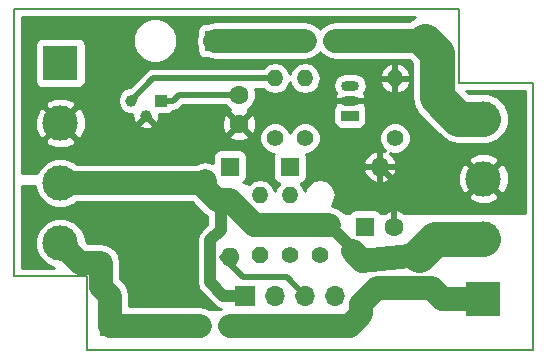
<source format=gbl>
G04 #@! TF.FileFunction,Copper,L2,Bot,Signal*
%FSLAX46Y46*%
G04 Gerber Fmt 4.6, Leading zero omitted, Abs format (unit mm)*
G04 Created by KiCad (PCBNEW 4.0.7) date 07/23/18 00:18:49*
%MOMM*%
%LPD*%
G01*
G04 APERTURE LIST*
%ADD10C,0.100000*%
%ADD11C,0.150000*%
%ADD12R,1.600000X1.600000*%
%ADD13C,1.600000*%
%ADD14C,1.000000*%
%ADD15R,1.000000X1.000000*%
%ADD16C,3.000000*%
%ADD17R,3.000000X3.000000*%
%ADD18O,1.600000X1.600000*%
%ADD19O,1.500000X0.900000*%
%ADD20R,1.500000X0.900000*%
%ADD21R,1.700000X1.700000*%
%ADD22O,1.700000X1.700000*%
%ADD23C,1.400000*%
%ADD24O,1.400000X1.400000*%
%ADD25C,2.000000*%
%ADD26C,0.500000*%
%ADD27C,3.000000*%
%ADD28C,1.000000*%
%ADD29C,0.254000*%
G04 APERTURE END LIST*
D10*
D11*
X140462000Y-106299000D02*
X140462000Y-83693000D01*
X146685000Y-106299000D02*
X140462000Y-106299000D01*
X146685000Y-112522000D02*
X146685000Y-106299000D01*
X184404000Y-112522000D02*
X146685000Y-112522000D01*
X184404000Y-89916000D02*
X184404000Y-112522000D01*
X178181000Y-89916000D02*
X184404000Y-89916000D01*
X178181000Y-83693000D02*
X178181000Y-89916000D01*
X140462000Y-83693000D02*
X178181000Y-83693000D01*
D12*
X170180000Y-102108000D03*
D13*
X172680000Y-102108000D03*
D14*
X151638000Y-92710000D03*
X150368000Y-91440000D03*
D15*
X152908000Y-91440000D03*
D16*
X144399000Y-93345000D03*
X144399000Y-98425000D03*
D17*
X144399000Y-88265000D03*
D16*
X144399000Y-103505000D03*
D13*
X159512000Y-90932000D03*
X159512000Y-93432000D03*
D12*
X163830000Y-97028000D03*
D18*
X171450000Y-97028000D03*
D12*
X158750000Y-97028000D03*
D18*
X158750000Y-104648000D03*
D16*
X180213000Y-103124000D03*
X180213000Y-98044000D03*
D17*
X180213000Y-108204000D03*
D16*
X180213000Y-92964000D03*
D19*
X168910000Y-91440000D03*
X168910000Y-90170000D03*
D20*
X168910000Y-92710000D03*
D21*
X157480000Y-86360000D03*
D22*
X160020000Y-86360000D03*
X162560000Y-86360000D03*
X165100000Y-86360000D03*
X167640000Y-86360000D03*
X170180000Y-86360000D03*
X172720000Y-86360000D03*
X175260000Y-86360000D03*
D21*
X148590000Y-110490000D03*
D22*
X151130000Y-110490000D03*
X153670000Y-110490000D03*
X156210000Y-110490000D03*
X158750000Y-110490000D03*
X161290000Y-110490000D03*
X163830000Y-110490000D03*
X166370000Y-110490000D03*
D21*
X160020000Y-107950000D03*
D22*
X162560000Y-107950000D03*
X165100000Y-107950000D03*
X167640000Y-107950000D03*
D23*
X166370000Y-104521000D03*
D24*
X161290000Y-104521000D03*
D23*
X172720000Y-94615000D03*
D24*
X172720000Y-89535000D03*
D23*
X163830000Y-104521000D03*
D24*
X163830000Y-99441000D03*
D23*
X165100000Y-94615000D03*
D24*
X165100000Y-89535000D03*
D23*
X161290000Y-104521000D03*
D24*
X161290000Y-99441000D03*
D23*
X162560000Y-94615000D03*
D24*
X162560000Y-89535000D03*
D14*
X152654000Y-104190800D03*
X152654000Y-100609400D03*
X154330400Y-102412800D03*
X151003000Y-102438200D03*
X152640000Y-102390000D03*
X150940000Y-100640000D03*
X154340000Y-100640000D03*
X154340000Y-104190000D03*
X150940000Y-104140000D03*
D25*
X160020000Y-86360000D02*
X157480000Y-86360000D01*
X162560000Y-86360000D02*
X160020000Y-86360000D01*
X165100000Y-86360000D02*
X162560000Y-86360000D01*
D26*
X172680000Y-102108000D02*
X172680000Y-98258000D01*
X172680000Y-98258000D02*
X171450000Y-97028000D01*
X165100000Y-107950000D02*
X163549990Y-106399990D01*
X163549990Y-106399990D02*
X159866990Y-106399990D01*
X159866990Y-106399990D02*
X158914999Y-105447999D01*
X158914999Y-105447999D02*
X158115000Y-104648000D01*
D27*
X176276000Y-91148320D02*
X176276000Y-87376000D01*
X176276000Y-87376000D02*
X175260000Y-86360000D01*
X180213000Y-92964000D02*
X178091680Y-92964000D01*
X178091680Y-92964000D02*
X176276000Y-91148320D01*
D25*
X170180000Y-86360000D02*
X167640000Y-86360000D01*
X172720000Y-86360000D02*
X170180000Y-86360000D01*
X175260000Y-86360000D02*
X172720000Y-86360000D01*
D26*
X150368000Y-91440000D02*
X152273000Y-89535000D01*
X152273000Y-89535000D02*
X162560000Y-89535000D01*
X159512000Y-90932000D02*
X154432000Y-90932000D01*
X154432000Y-90932000D02*
X153924000Y-91440000D01*
X153924000Y-91440000D02*
X152908000Y-91440000D01*
D25*
X161290000Y-110490000D02*
X158750000Y-110490000D01*
X163830000Y-110490000D02*
X161290000Y-110490000D01*
X166370000Y-110490000D02*
X163830000Y-110490000D01*
X166370000Y-110490000D02*
X168910000Y-110490000D01*
X168910000Y-110490000D02*
X169849959Y-109550041D01*
X169849959Y-109550041D02*
X169849959Y-108638619D01*
X169849959Y-108638619D02*
X171175959Y-107312619D01*
X171175959Y-107312619D02*
X175821619Y-107312619D01*
X175821619Y-107312619D02*
X176713000Y-108204000D01*
X176713000Y-108204000D02*
X180213000Y-108204000D01*
D28*
X157972002Y-102377998D02*
X157972002Y-100190004D01*
X157972002Y-100190004D02*
X157643000Y-99861002D01*
D25*
X156649999Y-98229999D02*
X156454998Y-98425000D01*
X156454998Y-98425000D02*
X144399000Y-98425000D01*
X156649999Y-98868001D02*
X156649999Y-98229999D01*
X158750000Y-99861002D02*
X157643000Y-99861002D01*
X157643000Y-99861002D02*
X156649999Y-98868001D01*
X167132000Y-101941001D02*
X160829999Y-101941001D01*
X160829999Y-101941001D02*
X158750000Y-99861002D01*
D28*
X160020000Y-107950000D02*
X158170000Y-107950000D01*
X158170000Y-107950000D02*
X157064991Y-106844991D01*
X157064991Y-106844991D02*
X157064991Y-103285009D01*
X157064991Y-103285009D02*
X157972002Y-102377998D01*
X157972002Y-102377998D02*
X157972002Y-101941001D01*
D25*
X169968608Y-105012609D02*
X174752000Y-104512609D01*
D27*
X180213000Y-103124000D02*
X176140609Y-103124000D01*
X176140609Y-103124000D02*
X174752000Y-104512609D01*
D25*
X169164000Y-104208001D02*
X169968608Y-105012609D01*
D28*
X169164000Y-104208001D02*
X169164000Y-103973001D01*
X169164000Y-103973001D02*
X167132000Y-101941001D01*
D25*
X147828000Y-107188000D02*
X147828000Y-105156000D01*
X147828000Y-105156000D02*
X146050000Y-105156000D01*
X146050000Y-105156000D02*
X144399000Y-103505000D01*
X148590000Y-110490000D02*
X148590000Y-107950000D01*
X148590000Y-107950000D02*
X147828000Y-107188000D01*
X151130000Y-110490000D02*
X148590000Y-110490000D01*
X153670000Y-110490000D02*
X151130000Y-110490000D01*
X156210000Y-110490000D02*
X153670000Y-110490000D01*
D29*
G36*
X173937892Y-84725000D02*
X167640000Y-84725000D01*
X167014313Y-84849457D01*
X166483880Y-85203880D01*
X166370000Y-85374314D01*
X166256120Y-85203880D01*
X165725687Y-84849457D01*
X165100000Y-84725000D01*
X157480000Y-84725000D01*
X156854313Y-84849457D01*
X156834703Y-84862560D01*
X156630000Y-84862560D01*
X156394683Y-84906838D01*
X156178559Y-85045910D01*
X156033569Y-85258110D01*
X155982560Y-85510000D01*
X155982560Y-85714703D01*
X155969457Y-85734313D01*
X155845000Y-86360000D01*
X155969457Y-86985687D01*
X155982560Y-87005297D01*
X155982560Y-87210000D01*
X156026838Y-87445317D01*
X156165910Y-87661441D01*
X156378110Y-87806431D01*
X156630000Y-87857440D01*
X156834703Y-87857440D01*
X156854313Y-87870543D01*
X157480000Y-87995000D01*
X165100000Y-87995000D01*
X165725687Y-87870543D01*
X166256120Y-87516120D01*
X166370000Y-87345686D01*
X166483880Y-87516120D01*
X167014313Y-87870543D01*
X167640000Y-87995000D01*
X173875654Y-87995000D01*
X174141000Y-88260346D01*
X174141000Y-91148320D01*
X174303517Y-91965349D01*
X174766327Y-92657993D01*
X176582007Y-94473673D01*
X177274650Y-94936483D01*
X178091680Y-95099000D01*
X180212282Y-95099000D01*
X180635815Y-95099370D01*
X181420800Y-94775020D01*
X182021909Y-94174959D01*
X182347628Y-93390541D01*
X182348370Y-92541185D01*
X182024020Y-91756200D01*
X181423959Y-91155091D01*
X180639541Y-90829372D01*
X179790185Y-90828630D01*
X179789290Y-90829000D01*
X178976026Y-90829000D01*
X178773026Y-90626000D01*
X183694000Y-90626000D01*
X183694000Y-100965000D01*
X173467399Y-100965000D01*
X173434005Y-100854136D01*
X172896777Y-100661035D01*
X172326546Y-100688222D01*
X171925995Y-100854136D01*
X171892601Y-100965000D01*
X171513870Y-100965000D01*
X171444090Y-100856559D01*
X171231890Y-100711569D01*
X170980000Y-100660560D01*
X169380000Y-100660560D01*
X169144683Y-100704838D01*
X168928559Y-100843910D01*
X168845822Y-100965000D01*
X168674444Y-100965000D01*
X168342704Y-100866572D01*
X168288120Y-100784881D01*
X167757687Y-100430458D01*
X167354649Y-100350289D01*
X167603379Y-99978036D01*
X167686935Y-99557970D01*
X178878635Y-99557970D01*
X179038418Y-99876739D01*
X179829187Y-100186723D01*
X180678387Y-100170497D01*
X181387582Y-99876739D01*
X181547365Y-99557970D01*
X180213000Y-98223605D01*
X178878635Y-99557970D01*
X167686935Y-99557970D01*
X167705000Y-99467154D01*
X167705000Y-99414846D01*
X167603379Y-98903964D01*
X167313988Y-98470858D01*
X166880882Y-98181467D01*
X166370000Y-98079846D01*
X165859118Y-98181467D01*
X165426012Y-98470858D01*
X165136621Y-98903964D01*
X165100000Y-99088070D01*
X165063379Y-98903964D01*
X164773988Y-98470858D01*
X164747700Y-98453293D01*
X164865317Y-98431162D01*
X165081441Y-98292090D01*
X165226431Y-98079890D01*
X165277440Y-97828000D01*
X165277440Y-97377039D01*
X170058096Y-97377039D01*
X170218959Y-97765423D01*
X170594866Y-98180389D01*
X171100959Y-98419914D01*
X171323000Y-98298629D01*
X171323000Y-97155000D01*
X171577000Y-97155000D01*
X171577000Y-98298629D01*
X171799041Y-98419914D01*
X172305134Y-98180389D01*
X172681041Y-97765423D01*
X172724628Y-97660187D01*
X178070277Y-97660187D01*
X178086503Y-98509387D01*
X178380261Y-99218582D01*
X178699030Y-99378365D01*
X180033395Y-98044000D01*
X180392605Y-98044000D01*
X181726970Y-99378365D01*
X182045739Y-99218582D01*
X182355723Y-98427813D01*
X182339497Y-97578613D01*
X182045739Y-96869418D01*
X181726970Y-96709635D01*
X180392605Y-98044000D01*
X180033395Y-98044000D01*
X178699030Y-96709635D01*
X178380261Y-96869418D01*
X178070277Y-97660187D01*
X172724628Y-97660187D01*
X172841904Y-97377039D01*
X172719915Y-97155000D01*
X171577000Y-97155000D01*
X171323000Y-97155000D01*
X170180085Y-97155000D01*
X170058096Y-97377039D01*
X165277440Y-97377039D01*
X165277440Y-96678961D01*
X170058096Y-96678961D01*
X170180085Y-96901000D01*
X171323000Y-96901000D01*
X171323000Y-95757371D01*
X171100959Y-95636086D01*
X170594866Y-95875611D01*
X170218959Y-96290577D01*
X170058096Y-96678961D01*
X165277440Y-96678961D01*
X165277440Y-96228000D01*
X165233162Y-95992683D01*
X165205756Y-95950093D01*
X165364383Y-95950231D01*
X165855229Y-95747418D01*
X166231098Y-95372204D01*
X166434768Y-94881713D01*
X166434770Y-94879383D01*
X171384769Y-94879383D01*
X171587582Y-95370229D01*
X171901279Y-95684473D01*
X171799041Y-95636086D01*
X171577000Y-95757371D01*
X171577000Y-96901000D01*
X172719915Y-96901000D01*
X172841904Y-96678961D01*
X172780219Y-96530030D01*
X178878635Y-96530030D01*
X180213000Y-97864395D01*
X181547365Y-96530030D01*
X181387582Y-96211261D01*
X180596813Y-95901277D01*
X179747613Y-95917503D01*
X179038418Y-96211261D01*
X178878635Y-96530030D01*
X172780219Y-96530030D01*
X172681041Y-96290577D01*
X172323486Y-95895870D01*
X172453287Y-95949768D01*
X172984383Y-95950231D01*
X173475229Y-95747418D01*
X173851098Y-95372204D01*
X174054768Y-94881713D01*
X174055231Y-94350617D01*
X173852418Y-93859771D01*
X173477204Y-93483902D01*
X172986713Y-93280232D01*
X172455617Y-93279769D01*
X171964771Y-93482582D01*
X171588902Y-93857796D01*
X171385232Y-94348287D01*
X171384769Y-94879383D01*
X166434770Y-94879383D01*
X166435231Y-94350617D01*
X166232418Y-93859771D01*
X165857204Y-93483902D01*
X165366713Y-93280232D01*
X164835617Y-93279769D01*
X164344771Y-93482582D01*
X163968902Y-93857796D01*
X163829909Y-94192527D01*
X163692418Y-93859771D01*
X163317204Y-93483902D01*
X162826713Y-93280232D01*
X162295617Y-93279769D01*
X161804771Y-93482582D01*
X161428902Y-93857796D01*
X161225232Y-94348287D01*
X161224769Y-94879383D01*
X161427582Y-95370229D01*
X161802796Y-95746098D01*
X162293287Y-95949768D01*
X162451473Y-95949906D01*
X162433569Y-95976110D01*
X162382560Y-96228000D01*
X162382560Y-97828000D01*
X162426838Y-98063317D01*
X162565910Y-98279441D01*
X162778110Y-98424431D01*
X162914239Y-98451998D01*
X162886012Y-98470858D01*
X162596621Y-98903964D01*
X162560000Y-99088070D01*
X162523379Y-98903964D01*
X162233988Y-98470858D01*
X161800882Y-98181467D01*
X161290000Y-98079846D01*
X160779118Y-98181467D01*
X160346012Y-98470858D01*
X160333148Y-98490110D01*
X159895503Y-98360259D01*
X160001441Y-98292090D01*
X160146431Y-98079890D01*
X160197440Y-97828000D01*
X160197440Y-96228000D01*
X160153162Y-95992683D01*
X160014090Y-95776559D01*
X159801890Y-95631569D01*
X159550000Y-95580560D01*
X157950000Y-95580560D01*
X157714683Y-95624838D01*
X157498559Y-95763910D01*
X157353569Y-95976110D01*
X157302560Y-96228000D01*
X157302560Y-96737412D01*
X157275687Y-96719456D01*
X156649999Y-96594998D01*
X156024311Y-96719456D01*
X155918734Y-96790000D01*
X145783565Y-96790000D01*
X145609959Y-96616091D01*
X144825541Y-96290372D01*
X143976185Y-96289630D01*
X143191200Y-96613980D01*
X142590091Y-97214041D01*
X142456402Y-97536000D01*
X141172000Y-97536000D01*
X141172000Y-94858970D01*
X143064635Y-94858970D01*
X143224418Y-95177739D01*
X144015187Y-95487723D01*
X144864387Y-95471497D01*
X145573582Y-95177739D01*
X145733365Y-94858970D01*
X144399000Y-93524605D01*
X143064635Y-94858970D01*
X141172000Y-94858970D01*
X141172000Y-92961187D01*
X142256277Y-92961187D01*
X142272503Y-93810387D01*
X142566261Y-94519582D01*
X142885030Y-94679365D01*
X144219395Y-93345000D01*
X144578605Y-93345000D01*
X145912970Y-94679365D01*
X146231739Y-94519582D01*
X146263035Y-94439745D01*
X158683861Y-94439745D01*
X158757995Y-94685864D01*
X159295223Y-94878965D01*
X159865454Y-94851778D01*
X160266005Y-94685864D01*
X160340139Y-94439745D01*
X159512000Y-93611605D01*
X158683861Y-94439745D01*
X146263035Y-94439745D01*
X146541723Y-93728813D01*
X146537353Y-93500104D01*
X151027501Y-93500104D01*
X151064648Y-93715217D01*
X151492972Y-93858112D01*
X151943375Y-93826217D01*
X152211352Y-93715217D01*
X152248499Y-93500104D01*
X151638000Y-92889605D01*
X151027501Y-93500104D01*
X146537353Y-93500104D01*
X146525497Y-92879613D01*
X146231739Y-92170418D01*
X145912970Y-92010635D01*
X144578605Y-93345000D01*
X144219395Y-93345000D01*
X142885030Y-92010635D01*
X142566261Y-92170418D01*
X142256277Y-92961187D01*
X141172000Y-92961187D01*
X141172000Y-91831030D01*
X143064635Y-91831030D01*
X144399000Y-93165395D01*
X145733365Y-91831030D01*
X145650030Y-91664775D01*
X149232803Y-91664775D01*
X149405233Y-92082086D01*
X149724235Y-92401645D01*
X150141244Y-92574803D01*
X150490606Y-92575108D01*
X150521783Y-93015375D01*
X150632783Y-93283352D01*
X150847896Y-93320499D01*
X151458395Y-92710000D01*
X151444253Y-92695858D01*
X151623858Y-92516253D01*
X151638000Y-92530395D01*
X151652143Y-92516253D01*
X151831748Y-92695858D01*
X151817605Y-92710000D01*
X152428104Y-93320499D01*
X152643217Y-93283352D01*
X152665945Y-93215223D01*
X158065035Y-93215223D01*
X158092222Y-93785454D01*
X158258136Y-94186005D01*
X158504255Y-94260139D01*
X159332395Y-93432000D01*
X159691605Y-93432000D01*
X160519745Y-94260139D01*
X160765864Y-94186005D01*
X160958965Y-93648777D01*
X160931778Y-93078546D01*
X160765864Y-92677995D01*
X160519745Y-92603861D01*
X159691605Y-93432000D01*
X159332395Y-93432000D01*
X158504255Y-92603861D01*
X158258136Y-92677995D01*
X158065035Y-93215223D01*
X152665945Y-93215223D01*
X152786112Y-92855028D01*
X152767163Y-92587440D01*
X153408000Y-92587440D01*
X153643317Y-92543162D01*
X153859441Y-92404090D01*
X153913481Y-92325000D01*
X153923995Y-92325000D01*
X153924000Y-92325001D01*
X154250775Y-92260000D01*
X154262675Y-92257633D01*
X154549790Y-92065790D01*
X154798580Y-91817000D01*
X158367829Y-91817000D01*
X158698077Y-92147824D01*
X158764544Y-92175423D01*
X158757995Y-92178136D01*
X158683861Y-92424255D01*
X159512000Y-93252395D01*
X160340139Y-92424255D01*
X160290664Y-92260000D01*
X167512560Y-92260000D01*
X167512560Y-93160000D01*
X167556838Y-93395317D01*
X167695910Y-93611441D01*
X167908110Y-93756431D01*
X168160000Y-93807440D01*
X169660000Y-93807440D01*
X169895317Y-93763162D01*
X170111441Y-93624090D01*
X170256431Y-93411890D01*
X170307440Y-93160000D01*
X170307440Y-92260000D01*
X170263162Y-92024683D01*
X170177442Y-91891471D01*
X170254408Y-91734001D01*
X170127502Y-91567000D01*
X169037000Y-91567000D01*
X169037000Y-91587000D01*
X168783000Y-91587000D01*
X168783000Y-91567000D01*
X167692498Y-91567000D01*
X167565592Y-91734001D01*
X167642853Y-91892075D01*
X167563569Y-92008110D01*
X167512560Y-92260000D01*
X160290664Y-92260000D01*
X160266005Y-92178136D01*
X160259517Y-92175804D01*
X160323800Y-92149243D01*
X160727824Y-91745923D01*
X160946750Y-91218691D01*
X160947248Y-90647813D01*
X160853118Y-90420000D01*
X161559122Y-90420000D01*
X161616012Y-90505142D01*
X162049118Y-90794533D01*
X162560000Y-90896154D01*
X163070882Y-90794533D01*
X163503988Y-90505142D01*
X163793379Y-90072036D01*
X163830000Y-89887930D01*
X163866621Y-90072036D01*
X164156012Y-90505142D01*
X164589118Y-90794533D01*
X165100000Y-90896154D01*
X165610882Y-90794533D01*
X166043988Y-90505142D01*
X166267921Y-90170000D01*
X167497866Y-90170000D01*
X167580457Y-90585212D01*
X167730170Y-90809274D01*
X167565592Y-91145999D01*
X167692498Y-91313000D01*
X168783000Y-91313000D01*
X168783000Y-91293000D01*
X169037000Y-91293000D01*
X169037000Y-91313000D01*
X170127502Y-91313000D01*
X170254408Y-91145999D01*
X170089830Y-90809274D01*
X170239543Y-90585212D01*
X170322134Y-90170000D01*
X170262129Y-89868331D01*
X171427273Y-89868331D01*
X171653236Y-90337663D01*
X172041604Y-90684797D01*
X172386671Y-90827716D01*
X172593000Y-90704374D01*
X172593000Y-89662000D01*
X172847000Y-89662000D01*
X172847000Y-90704374D01*
X173053329Y-90827716D01*
X173398396Y-90684797D01*
X173786764Y-90337663D01*
X174012727Y-89868331D01*
X173890206Y-89662000D01*
X172847000Y-89662000D01*
X172593000Y-89662000D01*
X171549794Y-89662000D01*
X171427273Y-89868331D01*
X170262129Y-89868331D01*
X170239543Y-89754788D01*
X170004345Y-89402789D01*
X169703348Y-89201669D01*
X171427273Y-89201669D01*
X171549794Y-89408000D01*
X172593000Y-89408000D01*
X172593000Y-88365626D01*
X172847000Y-88365626D01*
X172847000Y-89408000D01*
X173890206Y-89408000D01*
X174012727Y-89201669D01*
X173786764Y-88732337D01*
X173398396Y-88385203D01*
X173053329Y-88242284D01*
X172847000Y-88365626D01*
X172593000Y-88365626D01*
X172386671Y-88242284D01*
X172041604Y-88385203D01*
X171653236Y-88732337D01*
X171427273Y-89201669D01*
X169703348Y-89201669D01*
X169652346Y-89167591D01*
X169237134Y-89085000D01*
X168582866Y-89085000D01*
X168167654Y-89167591D01*
X167815655Y-89402789D01*
X167580457Y-89754788D01*
X167497866Y-90170000D01*
X166267921Y-90170000D01*
X166333379Y-90072036D01*
X166435000Y-89561154D01*
X166435000Y-89508846D01*
X166333379Y-88997964D01*
X166043988Y-88564858D01*
X165610882Y-88275467D01*
X165100000Y-88173846D01*
X164589118Y-88275467D01*
X164156012Y-88564858D01*
X163866621Y-88997964D01*
X163830000Y-89182070D01*
X163793379Y-88997964D01*
X163503988Y-88564858D01*
X163070882Y-88275467D01*
X162560000Y-88173846D01*
X162049118Y-88275467D01*
X161616012Y-88564858D01*
X161559122Y-88650000D01*
X152273005Y-88650000D01*
X152273000Y-88649999D01*
X151990516Y-88706190D01*
X151934325Y-88717367D01*
X151647210Y-88909210D01*
X151647208Y-88909213D01*
X150251523Y-90304897D01*
X150143225Y-90304803D01*
X149725914Y-90477233D01*
X149406355Y-90796235D01*
X149233197Y-91213244D01*
X149232803Y-91664775D01*
X145650030Y-91664775D01*
X145573582Y-91512261D01*
X144782813Y-91202277D01*
X143933613Y-91218503D01*
X143224418Y-91512261D01*
X143064635Y-91831030D01*
X141172000Y-91831030D01*
X141172000Y-86765000D01*
X142251560Y-86765000D01*
X142251560Y-89765000D01*
X142295838Y-90000317D01*
X142434910Y-90216441D01*
X142647110Y-90361431D01*
X142899000Y-90412440D01*
X145899000Y-90412440D01*
X146134317Y-90368162D01*
X146350441Y-90229090D01*
X146495431Y-90016890D01*
X146546440Y-89765000D01*
X146546440Y-86765000D01*
X146539999Y-86730765D01*
X150519754Y-86730765D01*
X150806123Y-87423832D01*
X151335919Y-87954553D01*
X152028485Y-88242132D01*
X152778385Y-88242786D01*
X153471452Y-87956417D01*
X154002173Y-87426621D01*
X154289752Y-86734055D01*
X154290406Y-85984155D01*
X154004037Y-85291088D01*
X153474241Y-84760367D01*
X152781675Y-84472788D01*
X152031775Y-84472134D01*
X151338708Y-84758503D01*
X150807987Y-85288299D01*
X150520408Y-85980865D01*
X150519754Y-86730765D01*
X146539999Y-86730765D01*
X146502162Y-86529683D01*
X146363090Y-86313559D01*
X146150890Y-86168569D01*
X145899000Y-86117560D01*
X142899000Y-86117560D01*
X142663683Y-86161838D01*
X142447559Y-86300910D01*
X142302569Y-86513110D01*
X142251560Y-86765000D01*
X141172000Y-86765000D01*
X141172000Y-84403000D01*
X174419799Y-84403000D01*
X173937892Y-84725000D01*
X173937892Y-84725000D01*
G37*
X173937892Y-84725000D02*
X167640000Y-84725000D01*
X167014313Y-84849457D01*
X166483880Y-85203880D01*
X166370000Y-85374314D01*
X166256120Y-85203880D01*
X165725687Y-84849457D01*
X165100000Y-84725000D01*
X157480000Y-84725000D01*
X156854313Y-84849457D01*
X156834703Y-84862560D01*
X156630000Y-84862560D01*
X156394683Y-84906838D01*
X156178559Y-85045910D01*
X156033569Y-85258110D01*
X155982560Y-85510000D01*
X155982560Y-85714703D01*
X155969457Y-85734313D01*
X155845000Y-86360000D01*
X155969457Y-86985687D01*
X155982560Y-87005297D01*
X155982560Y-87210000D01*
X156026838Y-87445317D01*
X156165910Y-87661441D01*
X156378110Y-87806431D01*
X156630000Y-87857440D01*
X156834703Y-87857440D01*
X156854313Y-87870543D01*
X157480000Y-87995000D01*
X165100000Y-87995000D01*
X165725687Y-87870543D01*
X166256120Y-87516120D01*
X166370000Y-87345686D01*
X166483880Y-87516120D01*
X167014313Y-87870543D01*
X167640000Y-87995000D01*
X173875654Y-87995000D01*
X174141000Y-88260346D01*
X174141000Y-91148320D01*
X174303517Y-91965349D01*
X174766327Y-92657993D01*
X176582007Y-94473673D01*
X177274650Y-94936483D01*
X178091680Y-95099000D01*
X180212282Y-95099000D01*
X180635815Y-95099370D01*
X181420800Y-94775020D01*
X182021909Y-94174959D01*
X182347628Y-93390541D01*
X182348370Y-92541185D01*
X182024020Y-91756200D01*
X181423959Y-91155091D01*
X180639541Y-90829372D01*
X179790185Y-90828630D01*
X179789290Y-90829000D01*
X178976026Y-90829000D01*
X178773026Y-90626000D01*
X183694000Y-90626000D01*
X183694000Y-100965000D01*
X173467399Y-100965000D01*
X173434005Y-100854136D01*
X172896777Y-100661035D01*
X172326546Y-100688222D01*
X171925995Y-100854136D01*
X171892601Y-100965000D01*
X171513870Y-100965000D01*
X171444090Y-100856559D01*
X171231890Y-100711569D01*
X170980000Y-100660560D01*
X169380000Y-100660560D01*
X169144683Y-100704838D01*
X168928559Y-100843910D01*
X168845822Y-100965000D01*
X168674444Y-100965000D01*
X168342704Y-100866572D01*
X168288120Y-100784881D01*
X167757687Y-100430458D01*
X167354649Y-100350289D01*
X167603379Y-99978036D01*
X167686935Y-99557970D01*
X178878635Y-99557970D01*
X179038418Y-99876739D01*
X179829187Y-100186723D01*
X180678387Y-100170497D01*
X181387582Y-99876739D01*
X181547365Y-99557970D01*
X180213000Y-98223605D01*
X178878635Y-99557970D01*
X167686935Y-99557970D01*
X167705000Y-99467154D01*
X167705000Y-99414846D01*
X167603379Y-98903964D01*
X167313988Y-98470858D01*
X166880882Y-98181467D01*
X166370000Y-98079846D01*
X165859118Y-98181467D01*
X165426012Y-98470858D01*
X165136621Y-98903964D01*
X165100000Y-99088070D01*
X165063379Y-98903964D01*
X164773988Y-98470858D01*
X164747700Y-98453293D01*
X164865317Y-98431162D01*
X165081441Y-98292090D01*
X165226431Y-98079890D01*
X165277440Y-97828000D01*
X165277440Y-97377039D01*
X170058096Y-97377039D01*
X170218959Y-97765423D01*
X170594866Y-98180389D01*
X171100959Y-98419914D01*
X171323000Y-98298629D01*
X171323000Y-97155000D01*
X171577000Y-97155000D01*
X171577000Y-98298629D01*
X171799041Y-98419914D01*
X172305134Y-98180389D01*
X172681041Y-97765423D01*
X172724628Y-97660187D01*
X178070277Y-97660187D01*
X178086503Y-98509387D01*
X178380261Y-99218582D01*
X178699030Y-99378365D01*
X180033395Y-98044000D01*
X180392605Y-98044000D01*
X181726970Y-99378365D01*
X182045739Y-99218582D01*
X182355723Y-98427813D01*
X182339497Y-97578613D01*
X182045739Y-96869418D01*
X181726970Y-96709635D01*
X180392605Y-98044000D01*
X180033395Y-98044000D01*
X178699030Y-96709635D01*
X178380261Y-96869418D01*
X178070277Y-97660187D01*
X172724628Y-97660187D01*
X172841904Y-97377039D01*
X172719915Y-97155000D01*
X171577000Y-97155000D01*
X171323000Y-97155000D01*
X170180085Y-97155000D01*
X170058096Y-97377039D01*
X165277440Y-97377039D01*
X165277440Y-96678961D01*
X170058096Y-96678961D01*
X170180085Y-96901000D01*
X171323000Y-96901000D01*
X171323000Y-95757371D01*
X171100959Y-95636086D01*
X170594866Y-95875611D01*
X170218959Y-96290577D01*
X170058096Y-96678961D01*
X165277440Y-96678961D01*
X165277440Y-96228000D01*
X165233162Y-95992683D01*
X165205756Y-95950093D01*
X165364383Y-95950231D01*
X165855229Y-95747418D01*
X166231098Y-95372204D01*
X166434768Y-94881713D01*
X166434770Y-94879383D01*
X171384769Y-94879383D01*
X171587582Y-95370229D01*
X171901279Y-95684473D01*
X171799041Y-95636086D01*
X171577000Y-95757371D01*
X171577000Y-96901000D01*
X172719915Y-96901000D01*
X172841904Y-96678961D01*
X172780219Y-96530030D01*
X178878635Y-96530030D01*
X180213000Y-97864395D01*
X181547365Y-96530030D01*
X181387582Y-96211261D01*
X180596813Y-95901277D01*
X179747613Y-95917503D01*
X179038418Y-96211261D01*
X178878635Y-96530030D01*
X172780219Y-96530030D01*
X172681041Y-96290577D01*
X172323486Y-95895870D01*
X172453287Y-95949768D01*
X172984383Y-95950231D01*
X173475229Y-95747418D01*
X173851098Y-95372204D01*
X174054768Y-94881713D01*
X174055231Y-94350617D01*
X173852418Y-93859771D01*
X173477204Y-93483902D01*
X172986713Y-93280232D01*
X172455617Y-93279769D01*
X171964771Y-93482582D01*
X171588902Y-93857796D01*
X171385232Y-94348287D01*
X171384769Y-94879383D01*
X166434770Y-94879383D01*
X166435231Y-94350617D01*
X166232418Y-93859771D01*
X165857204Y-93483902D01*
X165366713Y-93280232D01*
X164835617Y-93279769D01*
X164344771Y-93482582D01*
X163968902Y-93857796D01*
X163829909Y-94192527D01*
X163692418Y-93859771D01*
X163317204Y-93483902D01*
X162826713Y-93280232D01*
X162295617Y-93279769D01*
X161804771Y-93482582D01*
X161428902Y-93857796D01*
X161225232Y-94348287D01*
X161224769Y-94879383D01*
X161427582Y-95370229D01*
X161802796Y-95746098D01*
X162293287Y-95949768D01*
X162451473Y-95949906D01*
X162433569Y-95976110D01*
X162382560Y-96228000D01*
X162382560Y-97828000D01*
X162426838Y-98063317D01*
X162565910Y-98279441D01*
X162778110Y-98424431D01*
X162914239Y-98451998D01*
X162886012Y-98470858D01*
X162596621Y-98903964D01*
X162560000Y-99088070D01*
X162523379Y-98903964D01*
X162233988Y-98470858D01*
X161800882Y-98181467D01*
X161290000Y-98079846D01*
X160779118Y-98181467D01*
X160346012Y-98470858D01*
X160333148Y-98490110D01*
X159895503Y-98360259D01*
X160001441Y-98292090D01*
X160146431Y-98079890D01*
X160197440Y-97828000D01*
X160197440Y-96228000D01*
X160153162Y-95992683D01*
X160014090Y-95776559D01*
X159801890Y-95631569D01*
X159550000Y-95580560D01*
X157950000Y-95580560D01*
X157714683Y-95624838D01*
X157498559Y-95763910D01*
X157353569Y-95976110D01*
X157302560Y-96228000D01*
X157302560Y-96737412D01*
X157275687Y-96719456D01*
X156649999Y-96594998D01*
X156024311Y-96719456D01*
X155918734Y-96790000D01*
X145783565Y-96790000D01*
X145609959Y-96616091D01*
X144825541Y-96290372D01*
X143976185Y-96289630D01*
X143191200Y-96613980D01*
X142590091Y-97214041D01*
X142456402Y-97536000D01*
X141172000Y-97536000D01*
X141172000Y-94858970D01*
X143064635Y-94858970D01*
X143224418Y-95177739D01*
X144015187Y-95487723D01*
X144864387Y-95471497D01*
X145573582Y-95177739D01*
X145733365Y-94858970D01*
X144399000Y-93524605D01*
X143064635Y-94858970D01*
X141172000Y-94858970D01*
X141172000Y-92961187D01*
X142256277Y-92961187D01*
X142272503Y-93810387D01*
X142566261Y-94519582D01*
X142885030Y-94679365D01*
X144219395Y-93345000D01*
X144578605Y-93345000D01*
X145912970Y-94679365D01*
X146231739Y-94519582D01*
X146263035Y-94439745D01*
X158683861Y-94439745D01*
X158757995Y-94685864D01*
X159295223Y-94878965D01*
X159865454Y-94851778D01*
X160266005Y-94685864D01*
X160340139Y-94439745D01*
X159512000Y-93611605D01*
X158683861Y-94439745D01*
X146263035Y-94439745D01*
X146541723Y-93728813D01*
X146537353Y-93500104D01*
X151027501Y-93500104D01*
X151064648Y-93715217D01*
X151492972Y-93858112D01*
X151943375Y-93826217D01*
X152211352Y-93715217D01*
X152248499Y-93500104D01*
X151638000Y-92889605D01*
X151027501Y-93500104D01*
X146537353Y-93500104D01*
X146525497Y-92879613D01*
X146231739Y-92170418D01*
X145912970Y-92010635D01*
X144578605Y-93345000D01*
X144219395Y-93345000D01*
X142885030Y-92010635D01*
X142566261Y-92170418D01*
X142256277Y-92961187D01*
X141172000Y-92961187D01*
X141172000Y-91831030D01*
X143064635Y-91831030D01*
X144399000Y-93165395D01*
X145733365Y-91831030D01*
X145650030Y-91664775D01*
X149232803Y-91664775D01*
X149405233Y-92082086D01*
X149724235Y-92401645D01*
X150141244Y-92574803D01*
X150490606Y-92575108D01*
X150521783Y-93015375D01*
X150632783Y-93283352D01*
X150847896Y-93320499D01*
X151458395Y-92710000D01*
X151444253Y-92695858D01*
X151623858Y-92516253D01*
X151638000Y-92530395D01*
X151652143Y-92516253D01*
X151831748Y-92695858D01*
X151817605Y-92710000D01*
X152428104Y-93320499D01*
X152643217Y-93283352D01*
X152665945Y-93215223D01*
X158065035Y-93215223D01*
X158092222Y-93785454D01*
X158258136Y-94186005D01*
X158504255Y-94260139D01*
X159332395Y-93432000D01*
X159691605Y-93432000D01*
X160519745Y-94260139D01*
X160765864Y-94186005D01*
X160958965Y-93648777D01*
X160931778Y-93078546D01*
X160765864Y-92677995D01*
X160519745Y-92603861D01*
X159691605Y-93432000D01*
X159332395Y-93432000D01*
X158504255Y-92603861D01*
X158258136Y-92677995D01*
X158065035Y-93215223D01*
X152665945Y-93215223D01*
X152786112Y-92855028D01*
X152767163Y-92587440D01*
X153408000Y-92587440D01*
X153643317Y-92543162D01*
X153859441Y-92404090D01*
X153913481Y-92325000D01*
X153923995Y-92325000D01*
X153924000Y-92325001D01*
X154250775Y-92260000D01*
X154262675Y-92257633D01*
X154549790Y-92065790D01*
X154798580Y-91817000D01*
X158367829Y-91817000D01*
X158698077Y-92147824D01*
X158764544Y-92175423D01*
X158757995Y-92178136D01*
X158683861Y-92424255D01*
X159512000Y-93252395D01*
X160340139Y-92424255D01*
X160290664Y-92260000D01*
X167512560Y-92260000D01*
X167512560Y-93160000D01*
X167556838Y-93395317D01*
X167695910Y-93611441D01*
X167908110Y-93756431D01*
X168160000Y-93807440D01*
X169660000Y-93807440D01*
X169895317Y-93763162D01*
X170111441Y-93624090D01*
X170256431Y-93411890D01*
X170307440Y-93160000D01*
X170307440Y-92260000D01*
X170263162Y-92024683D01*
X170177442Y-91891471D01*
X170254408Y-91734001D01*
X170127502Y-91567000D01*
X169037000Y-91567000D01*
X169037000Y-91587000D01*
X168783000Y-91587000D01*
X168783000Y-91567000D01*
X167692498Y-91567000D01*
X167565592Y-91734001D01*
X167642853Y-91892075D01*
X167563569Y-92008110D01*
X167512560Y-92260000D01*
X160290664Y-92260000D01*
X160266005Y-92178136D01*
X160259517Y-92175804D01*
X160323800Y-92149243D01*
X160727824Y-91745923D01*
X160946750Y-91218691D01*
X160947248Y-90647813D01*
X160853118Y-90420000D01*
X161559122Y-90420000D01*
X161616012Y-90505142D01*
X162049118Y-90794533D01*
X162560000Y-90896154D01*
X163070882Y-90794533D01*
X163503988Y-90505142D01*
X163793379Y-90072036D01*
X163830000Y-89887930D01*
X163866621Y-90072036D01*
X164156012Y-90505142D01*
X164589118Y-90794533D01*
X165100000Y-90896154D01*
X165610882Y-90794533D01*
X166043988Y-90505142D01*
X166267921Y-90170000D01*
X167497866Y-90170000D01*
X167580457Y-90585212D01*
X167730170Y-90809274D01*
X167565592Y-91145999D01*
X167692498Y-91313000D01*
X168783000Y-91313000D01*
X168783000Y-91293000D01*
X169037000Y-91293000D01*
X169037000Y-91313000D01*
X170127502Y-91313000D01*
X170254408Y-91145999D01*
X170089830Y-90809274D01*
X170239543Y-90585212D01*
X170322134Y-90170000D01*
X170262129Y-89868331D01*
X171427273Y-89868331D01*
X171653236Y-90337663D01*
X172041604Y-90684797D01*
X172386671Y-90827716D01*
X172593000Y-90704374D01*
X172593000Y-89662000D01*
X172847000Y-89662000D01*
X172847000Y-90704374D01*
X173053329Y-90827716D01*
X173398396Y-90684797D01*
X173786764Y-90337663D01*
X174012727Y-89868331D01*
X173890206Y-89662000D01*
X172847000Y-89662000D01*
X172593000Y-89662000D01*
X171549794Y-89662000D01*
X171427273Y-89868331D01*
X170262129Y-89868331D01*
X170239543Y-89754788D01*
X170004345Y-89402789D01*
X169703348Y-89201669D01*
X171427273Y-89201669D01*
X171549794Y-89408000D01*
X172593000Y-89408000D01*
X172593000Y-88365626D01*
X172847000Y-88365626D01*
X172847000Y-89408000D01*
X173890206Y-89408000D01*
X174012727Y-89201669D01*
X173786764Y-88732337D01*
X173398396Y-88385203D01*
X173053329Y-88242284D01*
X172847000Y-88365626D01*
X172593000Y-88365626D01*
X172386671Y-88242284D01*
X172041604Y-88385203D01*
X171653236Y-88732337D01*
X171427273Y-89201669D01*
X169703348Y-89201669D01*
X169652346Y-89167591D01*
X169237134Y-89085000D01*
X168582866Y-89085000D01*
X168167654Y-89167591D01*
X167815655Y-89402789D01*
X167580457Y-89754788D01*
X167497866Y-90170000D01*
X166267921Y-90170000D01*
X166333379Y-90072036D01*
X166435000Y-89561154D01*
X166435000Y-89508846D01*
X166333379Y-88997964D01*
X166043988Y-88564858D01*
X165610882Y-88275467D01*
X165100000Y-88173846D01*
X164589118Y-88275467D01*
X164156012Y-88564858D01*
X163866621Y-88997964D01*
X163830000Y-89182070D01*
X163793379Y-88997964D01*
X163503988Y-88564858D01*
X163070882Y-88275467D01*
X162560000Y-88173846D01*
X162049118Y-88275467D01*
X161616012Y-88564858D01*
X161559122Y-88650000D01*
X152273005Y-88650000D01*
X152273000Y-88649999D01*
X151990516Y-88706190D01*
X151934325Y-88717367D01*
X151647210Y-88909210D01*
X151647208Y-88909213D01*
X150251523Y-90304897D01*
X150143225Y-90304803D01*
X149725914Y-90477233D01*
X149406355Y-90796235D01*
X149233197Y-91213244D01*
X149232803Y-91664775D01*
X145650030Y-91664775D01*
X145573582Y-91512261D01*
X144782813Y-91202277D01*
X143933613Y-91218503D01*
X143224418Y-91512261D01*
X143064635Y-91831030D01*
X141172000Y-91831030D01*
X141172000Y-86765000D01*
X142251560Y-86765000D01*
X142251560Y-89765000D01*
X142295838Y-90000317D01*
X142434910Y-90216441D01*
X142647110Y-90361431D01*
X142899000Y-90412440D01*
X145899000Y-90412440D01*
X146134317Y-90368162D01*
X146350441Y-90229090D01*
X146495431Y-90016890D01*
X146546440Y-89765000D01*
X146546440Y-86765000D01*
X146539999Y-86730765D01*
X150519754Y-86730765D01*
X150806123Y-87423832D01*
X151335919Y-87954553D01*
X152028485Y-88242132D01*
X152778385Y-88242786D01*
X153471452Y-87956417D01*
X154002173Y-87426621D01*
X154289752Y-86734055D01*
X154290406Y-85984155D01*
X154004037Y-85291088D01*
X153474241Y-84760367D01*
X152781675Y-84472788D01*
X152031775Y-84472134D01*
X151338708Y-84758503D01*
X150807987Y-85288299D01*
X150520408Y-85980865D01*
X150519754Y-86730765D01*
X146539999Y-86730765D01*
X146502162Y-86529683D01*
X146363090Y-86313559D01*
X146150890Y-86168569D01*
X145899000Y-86117560D01*
X142899000Y-86117560D01*
X142663683Y-86161838D01*
X142447559Y-86300910D01*
X142302569Y-86513110D01*
X142251560Y-86765000D01*
X141172000Y-86765000D01*
X141172000Y-84403000D01*
X174419799Y-84403000D01*
X173937892Y-84725000D01*
G36*
X142263630Y-98847815D02*
X142587980Y-99632800D01*
X143188041Y-100233909D01*
X143972459Y-100559628D01*
X144821815Y-100560370D01*
X145606800Y-100236020D01*
X145783127Y-100060000D01*
X155529758Y-100060000D01*
X156486878Y-101017119D01*
X156486880Y-101017122D01*
X156837002Y-101251065D01*
X156837002Y-101907866D01*
X156262425Y-102482443D01*
X156016388Y-102850663D01*
X155929991Y-103285009D01*
X155929991Y-106844991D01*
X156016388Y-107279337D01*
X156174290Y-107515654D01*
X156262425Y-107647557D01*
X157367434Y-108752566D01*
X157735654Y-108998603D01*
X158013073Y-109053785D01*
X157954383Y-109093000D01*
X157005617Y-109093000D01*
X156835687Y-108979457D01*
X156210000Y-108855000D01*
X150225000Y-108855000D01*
X150225000Y-107950005D01*
X150225001Y-107950000D01*
X150100543Y-107324313D01*
X150009462Y-107188000D01*
X149746120Y-106793880D01*
X149746117Y-106793878D01*
X149463000Y-106510761D01*
X149463000Y-105156000D01*
X149338543Y-104530313D01*
X148984120Y-103999880D01*
X148453687Y-103645457D01*
X147828000Y-103521000D01*
X146727239Y-103521000D01*
X146534155Y-103327916D01*
X146534370Y-103082185D01*
X146210020Y-102297200D01*
X145609959Y-101696091D01*
X144825541Y-101370372D01*
X143976185Y-101369630D01*
X143191200Y-101693980D01*
X142590091Y-102294041D01*
X142264372Y-103078459D01*
X142263630Y-103927815D01*
X142587980Y-104712800D01*
X143188041Y-105313909D01*
X143850533Y-105589000D01*
X141172000Y-105589000D01*
X141172000Y-98679000D01*
X142263777Y-98679000D01*
X142263630Y-98847815D01*
X142263630Y-98847815D01*
G37*
X142263630Y-98847815D02*
X142587980Y-99632800D01*
X143188041Y-100233909D01*
X143972459Y-100559628D01*
X144821815Y-100560370D01*
X145606800Y-100236020D01*
X145783127Y-100060000D01*
X155529758Y-100060000D01*
X156486878Y-101017119D01*
X156486880Y-101017122D01*
X156837002Y-101251065D01*
X156837002Y-101907866D01*
X156262425Y-102482443D01*
X156016388Y-102850663D01*
X155929991Y-103285009D01*
X155929991Y-106844991D01*
X156016388Y-107279337D01*
X156174290Y-107515654D01*
X156262425Y-107647557D01*
X157367434Y-108752566D01*
X157735654Y-108998603D01*
X158013073Y-109053785D01*
X157954383Y-109093000D01*
X157005617Y-109093000D01*
X156835687Y-108979457D01*
X156210000Y-108855000D01*
X150225000Y-108855000D01*
X150225000Y-107950005D01*
X150225001Y-107950000D01*
X150100543Y-107324313D01*
X150009462Y-107188000D01*
X149746120Y-106793880D01*
X149746117Y-106793878D01*
X149463000Y-106510761D01*
X149463000Y-105156000D01*
X149338543Y-104530313D01*
X148984120Y-103999880D01*
X148453687Y-103645457D01*
X147828000Y-103521000D01*
X146727239Y-103521000D01*
X146534155Y-103327916D01*
X146534370Y-103082185D01*
X146210020Y-102297200D01*
X145609959Y-101696091D01*
X144825541Y-101370372D01*
X143976185Y-101369630D01*
X143191200Y-101693980D01*
X142590091Y-102294041D01*
X142264372Y-103078459D01*
X142263630Y-103927815D01*
X142587980Y-104712800D01*
X143188041Y-105313909D01*
X143850533Y-105589000D01*
X141172000Y-105589000D01*
X141172000Y-98679000D01*
X142263777Y-98679000D01*
X142263630Y-98847815D01*
M02*

</source>
